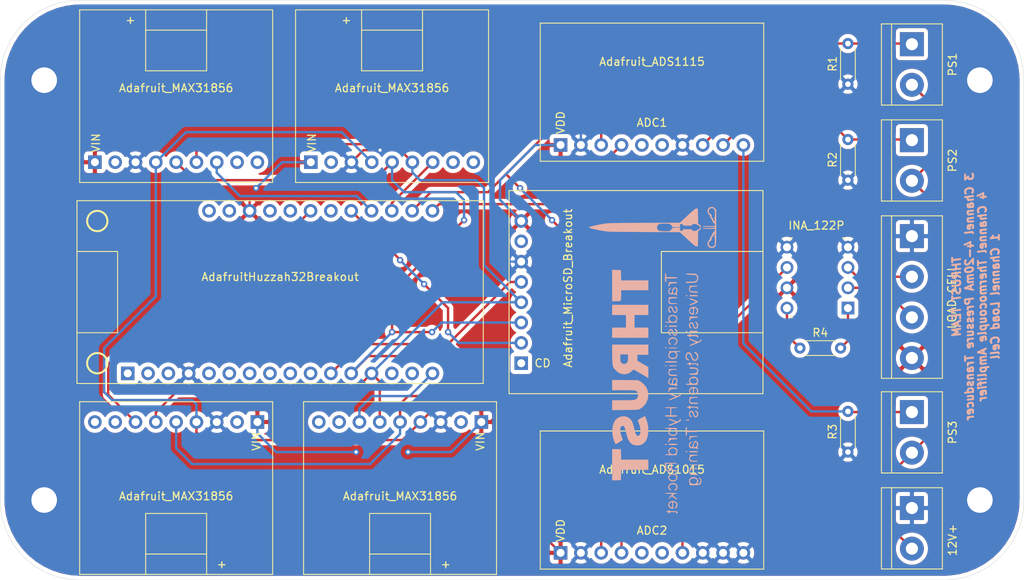
<source format=kicad_pcb>
(kicad_pcb (version 20171130) (host pcbnew "(5.1.6)-1")
  (layers (0 F.Cu signal hide) (31 B.Cu signal hide) (35 F.Paste user) (36 B.SilkS user) (37 F.SilkS user) (38 B.Mask user) (39 F.Mask user) (44 Edge.Cuts user))
  (net 0 "")
  (net 1 ADC_A3)
  (net 2 ADC_A2)
  (net 3 ADC_A1)
  (net 4 GND)
  (net 5 "Net-(ADC1-Pad6)")
  (net 6 "Net-(ADC1-Pad5)")
  (net 7 I2C_SDA)
  (net 8 I2C_SCL)
  (net 9 +5V)
  (net 10 LOAD_CELL_VOLTAGE)
  (net 11 "Net-(ADC2-Pad6)")
  (net 12 "Net-(ADC2-Pad5)")
  (net 13 "Net-(J4-Pad3)")
  (net 14 "Net-(J4-Pad2)")
  (net 15 "Net-(R4-Pad2)")
  (net 16 "Net-(R4-Pad1)")
  (net 17 "Net-(U1-Pad28)")
  (net 18 "Net-(U1-Pad27)")
  (net 19 "Net-(U1-Pad25)")
  (net 20 CS_5)
  (net 21 CS_4)
  (net 22 CS_3)
  (net 23 CS_2)
  (net 24 CS_1)
  (net 25 "Net-(U1-Pad15)")
  (net 26 "Net-(U1-Pad14)")
  (net 27 SPI_MISO)
  (net 28 SPI_MOSI)
  (net 29 SPI_SCK)
  (net 30 "Net-(U1-Pad10)")
  (net 31 "Net-(U1-Pad9)")
  (net 32 "Net-(U1-Pad8)")
  (net 33 "Net-(U1-Pad7)")
  (net 34 "Net-(U1-Pad6)")
  (net 35 "Net-(U1-Pad5)")
  (net 36 "Net-(U1-Pad3)")
  (net 37 "Net-(U1-Pad1)")
  (net 38 "Net-(U2-Pad9)")
  (net 39 "Net-(U2-Pad8)")
  (net 40 "Net-(U2-Pad2)")
  (net 41 "Net-(U3-Pad9)")
  (net 42 "Net-(U3-Pad8)")
  (net 43 "Net-(U3-Pad2)")
  (net 44 "Net-(U4-Pad9)")
  (net 45 "Net-(U4-Pad8)")
  (net 46 "Net-(U4-Pad2)")
  (net 47 "Net-(U5-Pad9)")
  (net 48 "Net-(U5-Pad8)")
  (net 49 "Net-(U5-Pad2)")
  (net 50 "Net-(U8-Pad1)")
  (net 51 "Net-(U1-Pad24)")
  (net 52 +12V)
  (net 53 "Net-(U1-Pad22)")
  (net 54 "Net-(U1-Pad2)")
  (net 55 "Net-(U8-Pad7)")
  (module MountingHole:MountingHole_3.2mm_M3 (layer F.Cu) (at 163.5 100)
    (fp_text reference REF**)
    (fp_text value MountingHole_3.2mm_M3)
    (pad 1 np_thru_hole circle (at 0 0) (size 3.2 3.2) (drill 3.2) (layers *.Cu *.Mask))
  )
  (module MountingHole:MountingHole_3.2mm_M3 (layer F.Cu) (at 163.5 47.5)
    (fp_text reference REF**)
    (fp_text value MountingHole_3.2mm_M3)
    (pad 1 np_thru_hole circle (at 0 0) (size 3.2 3.2) (drill 3.2) (layers *.Cu *.Mask))
  )
  (module MountingHole:MountingHole_3.2mm_M3 (layer F.Cu) (at 46.5 100)
    (fp_text reference REF**)
    (fp_text value MountingHole_3.2mm_M3)
    (pad 1 np_thru_hole circle (at 0 0) (size 3.2 3.2) (drill 3.2) (layers *.Cu *.Mask))
  )
  (module MountingHole:MountingHole_3.2mm_M3 (layer F.Cu) (at 46.5 47.5)
    (fp_text reference REF**)
    (fp_text value MountingHole_3.2mm_M3)
    (pad 1 np_thru_hole circle (at 0 0) (size 3.2 3.2) (drill 3.2) (layers *.Cu *.Mask))
  )
  (module "Test Stand PCB Breakout:Thrust_Logo" (layer B.Cu) (at 122.5 82.5 270)
    (fp_text reference G*** hide)
    (fp_text value LOGO hide)
  )
  (module "Test Bench PCB Breakout:Adafruit_MicroSD" (layer F.Cu) (at 120.5 74 180)
    (fp_text reference U8)
    (fp_text value Adafruit_MicroSD_Breakout (at 8.5 0.5 90) (layer F.SilkS))
    (fp_text user CD (at 11.684 -8.89) (layer F.SilkS))
    (pad 8 thru_hole circle (at 14.351 8.89 180) (size 1.7 1.7) (drill 1) (layers *.Cu *.Mask) (net 9 +5V))
    (pad 7 thru_hole circle (at 14.351 6.35 180) (size 1.7 1.7) (drill 1) (layers *.Cu *.Mask) (net 55 "Net-(U8-Pad7)"))
    (pad 6 thru_hole circle (at 14.351 3.81 180) (size 1.7 1.7) (drill 1) (layers *.Cu *.Mask) (net 4 GND))
    (pad 5 thru_hole circle (at 14.351 1.27 180) (size 1.7 1.7) (drill 1) (layers *.Cu *.Mask) (net 29 SPI_SCK))
    (pad 4 thru_hole circle (at 14.351 -1.27 180) (size 1.7 1.7) (drill 1) (layers *.Cu *.Mask) (net 27 SPI_MISO))
    (pad 3 thru_hole circle (at 14.351 -3.81 180) (size 1.7 1.7) (drill 1) (layers *.Cu *.Mask) (net 28 SPI_MOSI))
    (pad 2 thru_hole circle (at 14.351 -6.35 180) (size 1.7 1.7) (drill 1) (layers *.Cu *.Mask) (net 20 CS_5))
    (pad 1 thru_hole rect (at 14.351 -8.89 180) (size 1.7 1.7) (drill 1) (layers *.Cu *.Mask) (net 50 "Net-(U8-Pad1)"))
  )
  (module "Test Bench PCB Breakout:Adafruit_MAX31856" (layer F.Cu) (at 63 49.5)
    (fp_text reference U3)
    (fp_text value Adafruit_MAX31856 (at 0 -1.016) (layer F.SilkS))
    (fp_text user + (at -5.715 -9.525) (layer F.SilkS))
    (fp_text user VIN (at -10.033 5.842 90) (layer F.SilkS))
    (pad 9 thru_hole circle (at 10.16 8.255) (size 1.7 1.7) (drill 1) (layers *.Cu *.Mask) (net 41 "Net-(U3-Pad9)"))
    (pad 8 thru_hole circle (at 7.62 8.255) (size 1.7 1.7) (drill 1) (layers *.Cu *.Mask) (net 42 "Net-(U3-Pad8)"))
    (pad 7 thru_hole circle (at 5.08 8.255) (size 1.7 1.7) (drill 1) (layers *.Cu *.Mask) (net 23 CS_2))
    (pad 6 thru_hole circle (at 2.54 8.255) (size 1.7 1.7) (drill 1) (layers *.Cu *.Mask) (net 27 SPI_MISO))
    (pad 5 thru_hole circle (at 0 8.255) (size 1.7 1.7) (drill 1) (layers *.Cu *.Mask) (net 28 SPI_MOSI))
    (pad 4 thru_hole circle (at -2.54 8.255) (size 1.7 1.7) (drill 1) (layers *.Cu *.Mask) (net 29 SPI_SCK))
    (pad 3 thru_hole circle (at -5.08 8.255) (size 1.7 1.7) (drill 1) (layers *.Cu *.Mask) (net 4 GND))
    (pad 2 thru_hole circle (at -7.62 8.255) (size 1.7 1.7) (drill 1) (layers *.Cu *.Mask) (net 43 "Net-(U3-Pad2)"))
    (pad 1 thru_hole rect (at -10.16 8.255) (size 1.7 1.7) (drill 1) (layers *.Cu *.Mask) (net 9 +5V))
  )
  (module "Test Bench PCB Breakout:Adafruit_MAX31856" (layer F.Cu) (at 63 98.5 180)
    (fp_text reference U4)
    (fp_text value Adafruit_MAX31856 (at 0 -1.016) (layer F.SilkS))
    (fp_text user + (at -5.715 -9.525) (layer F.SilkS))
    (fp_text user VIN (at -10.033 5.842 90) (layer F.SilkS))
    (pad 9 thru_hole circle (at 10.16 8.255 180) (size 1.7 1.7) (drill 1) (layers *.Cu *.Mask) (net 44 "Net-(U4-Pad9)"))
    (pad 8 thru_hole circle (at 7.62 8.255 180) (size 1.7 1.7) (drill 1) (layers *.Cu *.Mask) (net 45 "Net-(U4-Pad8)"))
    (pad 7 thru_hole circle (at 5.08 8.255 180) (size 1.7 1.7) (drill 1) (layers *.Cu *.Mask) (net 22 CS_3))
    (pad 6 thru_hole circle (at 2.54 8.255 180) (size 1.7 1.7) (drill 1) (layers *.Cu *.Mask) (net 27 SPI_MISO))
    (pad 5 thru_hole circle (at 0 8.255 180) (size 1.7 1.7) (drill 1) (layers *.Cu *.Mask) (net 28 SPI_MOSI))
    (pad 4 thru_hole circle (at -2.54 8.255 180) (size 1.7 1.7) (drill 1) (layers *.Cu *.Mask) (net 29 SPI_SCK))
    (pad 3 thru_hole circle (at -5.08 8.255 180) (size 1.7 1.7) (drill 1) (layers *.Cu *.Mask) (net 4 GND))
    (pad 2 thru_hole circle (at -7.62 8.255 180) (size 1.7 1.7) (drill 1) (layers *.Cu *.Mask) (net 46 "Net-(U4-Pad2)"))
    (pad 1 thru_hole rect (at -10.16 8.255 180) (size 1.7 1.7) (drill 1) (layers *.Cu *.Mask) (net 9 +5V))
  )
  (module "Test Bench PCB Breakout:INA_122P" (layer F.Cu) (at 147 76 180)
    (fp_text reference U7)
    (fp_text value INA_122P (at 3.94 10.33) (layer F.SilkS))
    (pad 8 thru_hole circle (at 7.62 0 180) (size 1.6 1.6) (drill 1) (layers *.Cu *.Mask) (net 16 "Net-(R4-Pad1)"))
    (pad 7 thru_hole circle (at 7.62 2.54 180) (size 1.6 1.6) (drill 1) (layers *.Cu *.Mask) (net 9 +5V))
    (pad 6 thru_hole circle (at 7.62 5.08 180) (size 1.6 1.6) (drill 1) (layers *.Cu *.Mask) (net 10 LOAD_CELL_VOLTAGE))
    (pad 5 thru_hole circle (at 7.62 7.62 180) (size 1.6 1.6) (drill 1) (layers *.Cu *.Mask) (net 4 GND))
    (pad 4 thru_hole circle (at 0 7.62 180) (size 1.6 1.6) (drill 1) (layers *.Cu *.Mask) (net 4 GND))
    (pad 3 thru_hole circle (at 0 5.08 180) (size 1.6 1.6) (drill 1) (layers *.Cu *.Mask) (net 14 "Net-(J4-Pad2)"))
    (pad 2 thru_hole circle (at 0 2.54 180) (size 1.6 1.6) (drill 1) (layers *.Cu *.Mask) (net 13 "Net-(J4-Pad3)"))
    (pad 1 thru_hole rect (at 0 0 180) (size 1.6 1.6) (drill 1) (layers *.Cu *.Mask) (net 15 "Net-(R4-Pad2)"))
  )
  (module "Test Bench PCB Breakout:Adafruit_MAX31856" (layer F.Cu) (at 91 98.5 180)
    (fp_text reference U5)
    (fp_text value Adafruit_MAX31856 (at 0 -1.016) (layer F.SilkS))
    (fp_text user + (at -5.715 -9.525) (layer F.SilkS))
    (fp_text user VIN (at -10.033 5.842 90) (layer F.SilkS))
    (pad 9 thru_hole circle (at 10.16 8.255 180) (size 1.7 1.7) (drill 1) (layers *.Cu *.Mask) (net 47 "Net-(U5-Pad9)"))
    (pad 8 thru_hole circle (at 7.62 8.255 180) (size 1.7 1.7) (drill 1) (layers *.Cu *.Mask) (net 48 "Net-(U5-Pad8)"))
    (pad 7 thru_hole circle (at 5.08 8.255 180) (size 1.7 1.7) (drill 1) (layers *.Cu *.Mask) (net 21 CS_4))
    (pad 6 thru_hole circle (at 2.54 8.255 180) (size 1.7 1.7) (drill 1) (layers *.Cu *.Mask) (net 27 SPI_MISO))
    (pad 5 thru_hole circle (at 0 8.255 180) (size 1.7 1.7) (drill 1) (layers *.Cu *.Mask) (net 28 SPI_MOSI))
    (pad 4 thru_hole circle (at -2.54 8.255 180) (size 1.7 1.7) (drill 1) (layers *.Cu *.Mask) (net 29 SPI_SCK))
    (pad 3 thru_hole circle (at -5.08 8.255 180) (size 1.7 1.7) (drill 1) (layers *.Cu *.Mask) (net 4 GND))
    (pad 2 thru_hole circle (at -7.62 8.255 180) (size 1.7 1.7) (drill 1) (layers *.Cu *.Mask) (net 49 "Net-(U5-Pad2)"))
    (pad 1 thru_hole rect (at -10.16 8.255 180) (size 1.7 1.7) (drill 1) (layers *.Cu *.Mask) (net 9 +5V))
  )
  (module "Test Bench PCB Breakout:Adafruit_MAX31856" (layer F.Cu) (at 90 49.5)
    (fp_text reference U2)
    (fp_text value Adafruit_MAX31856 (at 0 -1.016) (layer F.SilkS))
    (fp_text user + (at -5.715 -9.525) (layer F.SilkS))
    (fp_text user VIN (at -10.033 5.842 90) (layer F.SilkS))
    (pad 9 thru_hole circle (at 10.16 8.255) (size 1.7 1.7) (drill 1) (layers *.Cu *.Mask) (net 38 "Net-(U2-Pad9)"))
    (pad 8 thru_hole circle (at 7.62 8.255) (size 1.7 1.7) (drill 1) (layers *.Cu *.Mask) (net 39 "Net-(U2-Pad8)"))
    (pad 7 thru_hole circle (at 5.08 8.255) (size 1.7 1.7) (drill 1) (layers *.Cu *.Mask) (net 24 CS_1))
    (pad 6 thru_hole circle (at 2.54 8.255) (size 1.7 1.7) (drill 1) (layers *.Cu *.Mask) (net 27 SPI_MISO))
    (pad 5 thru_hole circle (at 0 8.255) (size 1.7 1.7) (drill 1) (layers *.Cu *.Mask) (net 28 SPI_MOSI))
    (pad 4 thru_hole circle (at -2.54 8.255) (size 1.7 1.7) (drill 1) (layers *.Cu *.Mask) (net 29 SPI_SCK))
    (pad 3 thru_hole circle (at -5.08 8.255) (size 1.7 1.7) (drill 1) (layers *.Cu *.Mask) (net 4 GND))
    (pad 2 thru_hole circle (at -7.62 8.255) (size 1.7 1.7) (drill 1) (layers *.Cu *.Mask) (net 40 "Net-(U2-Pad2)"))
    (pad 1 thru_hole rect (at -10.16 8.255) (size 1.7 1.7) (drill 1) (layers *.Cu *.Mask) (net 9 +5V))
  )
  (module "Test Bench PCB Breakout:Adafruit_Huzzah32" (layer F.Cu) (at 76 74)
    (fp_text reference U1)
    (fp_text value AdafruitHuzzah32Breakout (at 0 -1.905) (layer F.SilkS))
    (pad 28 thru_hole circle (at -8.89 -10.16) (size 1.7 1.7) (drill 1) (layers *.Cu *.Mask) (net 17 "Net-(U1-Pad28)"))
    (pad 27 thru_hole circle (at -6.35 -10.16) (size 1.7 1.7) (drill 1) (layers *.Cu *.Mask) (net 18 "Net-(U1-Pad27)"))
    (pad 26 thru_hole circle (at -3.81 -10.16) (size 1.7 1.7) (drill 1) (layers *.Cu *.Mask) (net 9 +5V))
    (pad 25 thru_hole circle (at -1.27 -10.16) (size 1.7 1.7) (drill 1) (layers *.Cu *.Mask) (net 19 "Net-(U1-Pad25)"))
    (pad 24 thru_hole circle (at 1.27 -10.16) (size 1.7 1.7) (drill 1) (layers *.Cu *.Mask) (net 51 "Net-(U1-Pad24)"))
    (pad 23 thru_hole circle (at 3.81 -10.16) (size 1.7 1.7) (drill 1) (layers *.Cu *.Mask) (net 22 CS_3))
    (pad 22 thru_hole circle (at 6.35 -10.16) (size 1.7 1.7) (drill 1) (layers *.Cu *.Mask) (net 53 "Net-(U1-Pad22)"))
    (pad 21 thru_hole circle (at 8.89 -10.16) (size 1.7 1.7) (drill 1) (layers *.Cu *.Mask) (net 20 CS_5))
    (pad 20 thru_hole circle (at 11.43 -10.16) (size 1.7 1.7) (drill 1) (layers *.Cu *.Mask) (net 23 CS_2))
    (pad 19 thru_hole circle (at 13.97 -10.16) (size 1.7 1.7) (drill 1) (layers *.Cu *.Mask) (net 24 CS_1))
    (pad 18 thru_hole circle (at 16.51 -10.16) (size 1.7 1.7) (drill 1) (layers *.Cu *.Mask) (net 8 I2C_SCL))
    (pad 17 thru_hole circle (at 19.05 -10.16) (size 1.7 1.7) (drill 1) (layers *.Cu *.Mask) (net 7 I2C_SDA))
    (pad 16 thru_hole circle (at 19.05 10.16) (size 1.7 1.7) (drill 1) (layers *.Cu *.Mask) (net 21 CS_4))
    (pad 15 thru_hole circle (at 16.51 10.16) (size 1.7 1.7) (drill 1) (layers *.Cu *.Mask) (net 25 "Net-(U1-Pad15)"))
    (pad 14 thru_hole circle (at 13.97 10.16) (size 1.7 1.7) (drill 1) (layers *.Cu *.Mask) (net 26 "Net-(U1-Pad14)"))
    (pad 13 thru_hole circle (at 11.43 10.16) (size 1.7 1.7) (drill 1) (layers *.Cu *.Mask) (net 27 SPI_MISO))
    (pad 12 thru_hole circle (at 8.89 10.16) (size 1.7 1.7) (drill 1) (layers *.Cu *.Mask) (net 28 SPI_MOSI))
    (pad 11 thru_hole circle (at 6.35 10.16) (size 1.7 1.7) (drill 1) (layers *.Cu *.Mask) (net 29 SPI_SCK))
    (pad 10 thru_hole circle (at 3.81 10.16) (size 1.7 1.7) (drill 1) (layers *.Cu *.Mask) (net 30 "Net-(U1-Pad10)"))
    (pad 9 thru_hole circle (at 1.27 10.16) (size 1.7 1.7) (drill 1) (layers *.Cu *.Mask) (net 31 "Net-(U1-Pad9)"))
    (pad 8 thru_hole circle (at -1.27 10.16) (size 1.7 1.7) (drill 1) (layers *.Cu *.Mask) (net 32 "Net-(U1-Pad8)"))
    (pad 7 thru_hole circle (at -3.81 10.16) (size 1.7 1.7) (drill 1) (layers *.Cu *.Mask) (net 33 "Net-(U1-Pad7)"))
    (pad 6 thru_hole circle (at -6.35 10.16) (size 1.7 1.7) (drill 1) (layers *.Cu *.Mask) (net 34 "Net-(U1-Pad6)"))
    (pad 5 thru_hole circle (at -8.89 10.16) (size 1.7 1.7) (drill 1) (layers *.Cu *.Mask) (net 35 "Net-(U1-Pad5)"))
    (pad 4 thru_hole circle (at -11.43 10.16) (size 1.7 1.7) (drill 1) (layers *.Cu *.Mask) (net 4 GND))
    (pad 3 thru_hole circle (at -13.97 10.16) (size 1.7 1.7) (drill 1) (layers *.Cu *.Mask) (net 36 "Net-(U1-Pad3)"))
    (pad 2 thru_hole circle (at -16.51 10.16) (size 1.7 1.7) (drill 1) (layers *.Cu *.Mask) (net 54 "Net-(U1-Pad2)"))
    (pad 1 thru_hole rect (at -19.05 10.16) (size 1.7 1.7) (drill 1) (layers *.Cu *.Mask) (net 37 "Net-(U1-Pad1)"))
  )
  (module Resistor_THT:R_Axial_DIN0204_L3.6mm_D1.6mm_P5.08mm_Horizontal (layer F.Cu) (at 141 81)
    (fp_text reference R4 (at 2.54 -1.92) (layer F.SilkS))
    (fp_text value 4k20)
    (pad 2 thru_hole oval (at 5.08 0) (size 1.4 1.4) (drill 0.7) (layers *.Cu *.Mask) (net 15 "Net-(R4-Pad2)"))
    (pad 1 thru_hole circle (at 0 0) (size 1.4 1.4) (drill 0.7) (layers *.Cu *.Mask) (net 16 "Net-(R4-Pad1)"))
  )
  (module Resistor_THT:R_Axial_DIN0204_L3.6mm_D1.6mm_P5.08mm_Horizontal (layer F.Cu) (at 147 94 90)
    (fp_text reference R3 (at 2.54 -1.92 90) (layer F.SilkS))
    (fp_text value 100)
    (pad 2 thru_hole oval (at 5.08 0 90) (size 1.4 1.4) (drill 0.7) (layers *.Cu *.Mask) (net 1 ADC_A3))
    (pad 1 thru_hole circle (at 0 0 90) (size 1.4 1.4) (drill 0.7) (layers *.Cu *.Mask) (net 4 GND))
  )
  (module Resistor_THT:R_Axial_DIN0204_L3.6mm_D1.6mm_P5.08mm_Horizontal (layer F.Cu) (at 147 60 90)
    (fp_text reference R2 (at 2.54 -1.92 90) (layer F.SilkS))
    (fp_text value 100)
    (pad 2 thru_hole oval (at 5.08 0 90) (size 1.4 1.4) (drill 0.7) (layers *.Cu *.Mask) (net 2 ADC_A2))
    (pad 1 thru_hole circle (at 0 0 90) (size 1.4 1.4) (drill 0.7) (layers *.Cu *.Mask) (net 4 GND))
  )
  (module Resistor_THT:R_Axial_DIN0204_L3.6mm_D1.6mm_P5.08mm_Horizontal (layer F.Cu) (at 147 48 90)
    (fp_text reference R1 (at 2.54 -1.92 90) (layer F.SilkS))
    (fp_text value 100)
    (pad 2 thru_hole oval (at 5.08 0 90) (size 1.4 1.4) (drill 0.7) (layers *.Cu *.Mask) (net 3 ADC_A1))
    (pad 1 thru_hole circle (at 0 0 90) (size 1.4 1.4) (drill 0.7) (layers *.Cu *.Mask) (net 4 GND))
  )
  (module TerminalBlock:TerminalBlock_bornier-2_P5.08mm (layer F.Cu) (at 155 101 270)
    (fp_text reference 12V+ (at 4 -5.08 90) (layer F.SilkS))
    (fp_text value Screw_Terminal_01x02)
    (pad 2 thru_hole circle (at 5.08 0 270) (size 3 3) (drill 1.52) (layers *.Cu *.Mask) (net 52 +12V))
    (pad 1 thru_hole rect (at 0 0 270) (size 3 3) (drill 1.52) (layers *.Cu *.Mask) (net 4 GND))
  )
  (module TerminalBlock:TerminalBlock_bornier-4_P5.08mm (layer F.Cu) (at 155 67 270)
    (fp_text reference "LOAD CELL" (at 7.6 -5 90) (layer F.SilkS))
    (fp_text value Screw_Terminal_01x04)
    (pad 4 thru_hole circle (at 15.24 0 270) (size 3 3) (drill 1.52) (layers *.Cu *.Mask) (net 9 +5V))
    (pad 1 thru_hole rect (at 0 0 270) (size 3 3) (drill 1.52) (layers *.Cu *.Mask) (net 4 GND))
    (pad 3 thru_hole circle (at 10.16 0 270) (size 3 3) (drill 1.52) (layers *.Cu *.Mask) (net 13 "Net-(J4-Pad3)"))
    (pad 2 thru_hole circle (at 5.08 0 270) (size 3 3) (drill 1.52) (layers *.Cu *.Mask) (net 14 "Net-(J4-Pad2)"))
  )
  (module TerminalBlock:TerminalBlock_bornier-2_P5.08mm (layer F.Cu) (at 155 89 270)
    (fp_text reference PS3 (at 2.54 -5.08 90) (layer F.SilkS))
    (fp_text value Screw_Terminal_01x02)
    (pad 2 thru_hole circle (at 5.08 0 270) (size 3 3) (drill 1.52) (layers *.Cu *.Mask) (net 52 +12V))
    (pad 1 thru_hole rect (at 0 0 270) (size 3 3) (drill 1.52) (layers *.Cu *.Mask) (net 1 ADC_A3))
  )
  (module TerminalBlock:TerminalBlock_bornier-2_P5.08mm (layer F.Cu) (at 155 55 270)
    (fp_text reference PS2 (at 2.54 -5.08 90) (layer F.SilkS))
    (fp_text value Screw_Terminal_01x02)
    (pad 2 thru_hole circle (at 5.08 0 270) (size 3 3) (drill 1.52) (layers *.Cu *.Mask) (net 52 +12V))
    (pad 1 thru_hole rect (at 0 0 270) (size 3 3) (drill 1.52) (layers *.Cu *.Mask) (net 2 ADC_A2))
  )
  (module TerminalBlock:TerminalBlock_bornier-2_P5.08mm (layer F.Cu) (at 155 43 270)
    (fp_text reference PS1 (at 2.54 -5.08 90) (layer F.SilkS))
    (fp_text value Screw_Terminal_01x02)
    (pad 2 thru_hole circle (at 5.08 0 270) (size 3 3) (drill 1.52) (layers *.Cu *.Mask) (net 52 +12V))
    (pad 1 thru_hole rect (at 0 0 270) (size 3 3) (drill 1.52) (layers *.Cu *.Mask) (net 3 ADC_A1))
  )
  (module "Test Bench PCB Breakout:Adafruit_ADS1015" (layer F.Cu) (at 122.5 100)
    (fp_text reference ADC2 (at 0 3.81) (layer F.SilkS))
    (fp_text value Adafruit_ADS1015 (at 0 -3.81) (layer F.SilkS))
    (fp_text user VDD (at -11.43 3.81 90) (layer F.SilkS))
    (pad 10 thru_hole circle (at 11.43 6.604) (size 1.7 1.7) (drill 1) (layers *.Cu *.Mask) (net 4 GND))
    (pad 9 thru_hole circle (at 8.89 6.604) (size 1.7 1.7) (drill 1) (layers *.Cu *.Mask) (net 4 GND))
    (pad 8 thru_hole circle (at 6.35 6.604) (size 1.7 1.7) (drill 1) (layers *.Cu *.Mask) (net 4 GND))
    (pad 7 thru_hole circle (at 3.81 6.604) (size 1.7 1.7) (drill 1) (layers *.Cu *.Mask) (net 10 LOAD_CELL_VOLTAGE))
    (pad 6 thru_hole circle (at 1.27 6.604) (size 1.7 1.7) (drill 1) (layers *.Cu *.Mask) (net 11 "Net-(ADC2-Pad6)"))
    (pad 5 thru_hole circle (at -1.27 6.604) (size 1.7 1.7) (drill 1) (layers *.Cu *.Mask) (net 12 "Net-(ADC2-Pad5)"))
    (pad 4 thru_hole circle (at -3.81 6.604) (size 1.7 1.7) (drill 1) (layers *.Cu *.Mask) (net 7 I2C_SDA))
    (pad 3 thru_hole circle (at -6.35 6.604) (size 1.7 1.7) (drill 1) (layers *.Cu *.Mask) (net 8 I2C_SCL))
    (pad 2 thru_hole circle (at -8.89 6.604) (size 1.7 1.7) (drill 1) (layers *.Cu *.Mask) (net 4 GND))
    (pad 1 thru_hole rect (at -11.43 6.604) (size 1.7 1.7) (drill 1) (layers *.Cu *.Mask) (net 9 +5V))
  )
  (module "Test Bench PCB Breakout:Adafruit_ADS1115" (layer F.Cu) (at 122.5 49)
    (fp_text reference ADC1 (at 0 3.81) (layer F.SilkS))
    (fp_text value Adafruit_ADS1115 (at 0 -3.81) (layer F.SilkS))
    (fp_text user VDD (at -11.43 3.81 90) (layer F.SilkS))
    (pad 10 thru_hole circle (at 11.43 6.604) (size 1.7 1.7) (drill 1) (layers *.Cu *.Mask) (net 1 ADC_A3))
    (pad 9 thru_hole circle (at 8.89 6.604) (size 1.7 1.7) (drill 1) (layers *.Cu *.Mask) (net 2 ADC_A2))
    (pad 8 thru_hole circle (at 6.35 6.604) (size 1.7 1.7) (drill 1) (layers *.Cu *.Mask) (net 3 ADC_A1))
    (pad 7 thru_hole circle (at 3.81 6.604) (size 1.7 1.7) (drill 1) (layers *.Cu *.Mask) (net 4 GND))
    (pad 6 thru_hole circle (at 1.27 6.604) (size 1.7 1.7) (drill 1) (layers *.Cu *.Mask) (net 5 "Net-(ADC1-Pad6)"))
    (pad 5 thru_hole circle (at -1.27 6.604) (size 1.7 1.7) (drill 1) (layers *.Cu *.Mask) (net 6 "Net-(ADC1-Pad5)"))
    (pad 4 thru_hole circle (at -3.81 6.604) (size 1.7 1.7) (drill 1) (layers *.Cu *.Mask) (net 7 I2C_SDA))
    (pad 3 thru_hole circle (at -6.35 6.604) (size 1.7 1.7) (drill 1) (layers *.Cu *.Mask) (net 8 I2C_SCL))
    (pad 2 thru_hole circle (at -8.89 6.604) (size 1.7 1.7) (drill 1) (layers *.Cu *.Mask) (net 4 GND))
    (pad 1 thru_hole rect (at -11.43 6.604) (size 1.7 1.7) (drill 1) (layers *.Cu *.Mask) (net 9 +5V))
  )
  (gr_text "THRUST TEAM\n3 Channel 4-20mA Pressure Transducer\n4 Channel Thermocouple Amplifier\n1 Channel Load Cell" (at 163 74.5 90) (layer B.SilkS) (effects (font (size 1 1) (thickness 0.25) italic) (justify mirror)))
  (gr_line (start 41 47.5) (end 41 100) (layer Edge.Cuts) (width 0.05))
  (gr_arc (start 51 47.5) (end 51 37.5) (angle -90) (layer Edge.Cuts) (width 0.05))
  (gr_arc (start 51 100) (end 41 100) (angle -90) (layer Edge.Cuts) (width 0.05))
  (gr_line (start 159 110) (end 51 110) (layer Edge.Cuts) (width 0.05))
  (gr_line (start 169 47.5) (end 169 100) (layer Edge.Cuts) (width 0.05))
  (gr_arc (start 159 100) (end 159 110) (angle -90) (layer Edge.Cuts) (width 0.05))
  (gr_arc (start 159 47.5) (end 169 47.5) (angle -90) (layer Edge.Cuts) (width 0.05))
  (gr_line (start 51 37.5) (end 159 37.5) (layer Edge.Cuts) (width 0.05))
  (segment (start 147.08 89) (end 147 88.92) (width 0.3) (layer F.Cu) (net 1))
  (segment (start 155 89) (end 147.08 89) (width 0.3) (layer F.Cu) (net 1))
  (segment (start 133.93 55.604) (end 133.93 80.43) (width 0.3) (layer B.Cu) (net 1))
  (segment (start 142.42 88.92) (end 147 88.92) (width 0.3) (layer B.Cu) (net 1))
  (segment (start 133.93 80.43) (end 142.42 88.92) (width 0.3) (layer B.Cu) (net 1))
  (segment (start 147.08 55) (end 147 54.92) (width 0.25) (layer F.Cu) (net 2))
  (segment (start 154.92 54.92) (end 155 55) (width 0.3) (layer F.Cu) (net 2))
  (segment (start 147 54.92) (end 154.92 54.92) (width 0.3) (layer F.Cu) (net 2))
  (segment (start 131.39 55.604) (end 133.494 53.5) (width 0.3) (layer F.Cu) (net 2))
  (segment (start 145.58 53.5) (end 147 54.92) (width 0.3) (layer F.Cu) (net 2))
  (segment (start 133.494 53.5) (end 145.58 53.5) (width 0.3) (layer F.Cu) (net 2))
  (segment (start 154.92 42.92) (end 155 43) (width 0.3) (layer F.Cu) (net 3))
  (segment (start 147 42.92) (end 154.92 42.92) (width 0.3) (layer F.Cu) (net 3))
  (segment (start 141.534 42.92) (end 147 42.92) (width 0.3) (layer F.Cu) (net 3))
  (segment (start 128.85 55.604) (end 141.534 42.92) (width 0.3) (layer F.Cu) (net 3))
  (segment (start 106.149 70.19) (end 103.69 70.19) (width 0.3) (layer B.Cu) (net 4))
  (segment (start 113.61 55.604) (end 113.61 53.11) (width 0.3) (layer B.Cu) (net 4))
  (segment (start 113.61 53.11) (end 113.22 53.5) (width 0.3) (layer B.Cu) (net 4))
  (via (at 88.5 56.25) (size 0.8) (drill 0.4) (layers F.Cu B.Cu) (net 4))
  (segment (start 113.22 53.5) (end 91.25 53.5) (width 0.3) (layer B.Cu) (net 4))
  (segment (start 91.25 53.5) (end 88.5 56.25) (width 0.3) (layer B.Cu) (net 4))
  (segment (start 86.425 56.25) (end 84.92 57.755) (width 0.3) (layer F.Cu) (net 4))
  (segment (start 88.5 56.25) (end 86.425 56.25) (width 0.3) (layer F.Cu) (net 4))
  (segment (start 118.69 55.604) (end 111.294 63) (width 0.3) (layer F.Cu) (net 7))
  (segment (start 95.89 63) (end 95.05 63.84) (width 0.3) (layer F.Cu) (net 7))
  (segment (start 111.294 63) (end 95.89 63) (width 0.3) (layer F.Cu) (net 7))
  (segment (start 118.69 70.396) (end 111.294 63) (width 0.3) (layer F.Cu) (net 7))
  (segment (start 118.69 106.604) (end 118.69 70.396) (width 0.3) (layer F.Cu) (net 7))
  (segment (start 116.15 55.604) (end 116.15 54.15) (width 0.3) (layer F.Cu) (net 8))
  (segment (start 116.15 54.15) (end 115.5 53.5) (width 0.3) (layer F.Cu) (net 8))
  (segment (start 94.85 61.5) (end 92.51 63.84) (width 0.3) (layer F.Cu) (net 8))
  (segment (start 102 61.5) (end 94.85 61.5) (width 0.3) (layer F.Cu) (net 8))
  (segment (start 104.5 59) (end 110 53.5) (width 0.3) (layer F.Cu) (net 8))
  (segment (start 115.5 53.5) (end 110 53.5) (width 0.3) (layer F.Cu) (net 8))
  (via (at 110 65) (size 0.8) (drill 0.4) (layers F.Cu B.Cu) (net 8))
  (segment (start 116.15 106.604) (end 116.15 71.15) (width 0.3) (layer F.Cu) (net 8))
  (segment (start 116.15 71.15) (end 110 65) (width 0.3) (layer F.Cu) (net 8))
  (via (at 106 61) (size 0.8) (drill 0.4) (layers F.Cu B.Cu) (net 8))
  (segment (start 110 65) (end 106 61) (width 0.3) (layer B.Cu) (net 8))
  (segment (start 106 61) (end 104.25 59.25) (width 0.3) (layer F.Cu) (net 8))
  (segment (start 104.5 59) (end 104.25 59.25) (width 0.3) (layer F.Cu) (net 8))
  (segment (start 104.25 59.25) (end 102 61.5) (width 0.3) (layer F.Cu) (net 8))
  (segment (start 101.16 96.694) (end 111.07 106.604) (width 0.3) (layer F.Cu) (net 9))
  (segment (start 101.16 90.245) (end 101.16 96.694) (width 0.3) (layer F.Cu) (net 9))
  (segment (start 103.5 62.461) (end 106.149 65.11) (width 0.3) (layer B.Cu) (net 9))
  (segment (start 103.5 60) (end 103.5 62.461) (width 0.3) (layer B.Cu) (net 9))
  (segment (start 111.07 55.604) (end 107.896 55.604) (width 0.3) (layer B.Cu) (net 9))
  (segment (start 107.896 55.604) (end 103.5 60) (width 0.3) (layer B.Cu) (net 9))
  (via (at 73 61) (size 0.8) (drill 0.4) (layers F.Cu B.Cu) (net 9))
  (segment (start 79.84 57.755) (end 76.245 57.755) (width 0.3) (layer B.Cu) (net 9))
  (segment (start 76.245 57.755) (end 73 61) (width 0.3) (layer B.Cu) (net 9))
  (segment (start 72.19 61.81) (end 72.19 63.84) (width 0.3) (layer F.Cu) (net 9))
  (segment (start 73 61) (end 72.19 61.81) (width 0.3) (layer F.Cu) (net 9))
  (segment (start 106.149 65.11) (end 108.5 67.461) (width 0.3) (layer F.Cu) (net 9))
  (segment (start 108.5 67.461) (end 108.5 84) (width 0.3) (layer F.Cu) (net 9))
  (segment (start 102.255 90.245) (end 101.16 90.245) (width 0.3) (layer F.Cu) (net 9))
  (segment (start 108.5 84) (end 102.255 90.245) (width 0.3) (layer F.Cu) (net 9))
  (segment (start 73.16 90.245) (end 73.16 91.66) (width 0.3) (layer B.Cu) (net 9))
  (via (at 85.5 94) (size 0.8) (drill 0.4) (layers F.Cu B.Cu) (net 9))
  (segment (start 73.16 91.66) (end 75.5 94) (width 0.3) (layer B.Cu) (net 9))
  (segment (start 75.5 94) (end 85.5 94) (width 0.3) (layer B.Cu) (net 9))
  (via (at 92 94) (size 0.8) (drill 0.4) (layers F.Cu B.Cu) (net 9))
  (segment (start 85.5 94) (end 92 94) (width 0.3) (layer F.Cu) (net 9))
  (segment (start 97.405 94) (end 101.16 90.245) (width 0.3) (layer B.Cu) (net 9))
  (segment (start 92 94) (end 97.405 94) (width 0.3) (layer B.Cu) (net 9))
  (segment (start 126.31 83.99) (end 126.31 106.604) (width 0.3) (layer F.Cu) (net 10))
  (segment (start 139.38 70.92) (end 126.31 83.99) (width 0.3) (layer F.Cu) (net 10))
  (segment (start 147.46 73) (end 147 73.46) (width 0.25) (layer F.Cu) (net 13))
  (segment (start 151.3 73.46) (end 155 77.16) (width 0.3) (layer F.Cu) (net 13))
  (segment (start 147 73.46) (end 151.3 73.46) (width 0.3) (layer F.Cu) (net 13))
  (segment (start 148.16 72.08) (end 147 70.92) (width 0.3) (layer F.Cu) (net 14))
  (segment (start 155 72.08) (end 148.16 72.08) (width 0.3) (layer F.Cu) (net 14))
  (segment (start 147 80.08) (end 146.08 81) (width 0.3) (layer F.Cu) (net 15))
  (segment (start 147 76) (end 147 80.08) (width 0.3) (layer F.Cu) (net 15))
  (segment (start 139.38 79.38) (end 141 81) (width 0.3) (layer F.Cu) (net 16))
  (segment (start 139.38 76) (end 139.38 79.38) (width 0.3) (layer F.Cu) (net 16))
  (segment (start 84.89 63.84) (end 91 69.95) (width 0.3) (layer F.Cu) (net 20))
  (via (at 91 70) (size 0.8) (drill 0.4) (layers F.Cu B.Cu) (net 20))
  (segment (start 91 69.95) (end 91 70) (width 0.3) (layer F.Cu) (net 20))
  (via (at 94 73) (size 0.8) (drill 0.4) (layers F.Cu B.Cu) (net 20))
  (segment (start 91 70) (end 94 73) (width 0.3) (layer B.Cu) (net 20))
  (via (at 97 79) (size 0.8) (drill 0.4) (layers F.Cu B.Cu) (net 20))
  (segment (start 94 73) (end 97 76) (width 0.3) (layer F.Cu) (net 20))
  (segment (start 97 76) (end 97 79) (width 0.3) (layer F.Cu) (net 20))
  (segment (start 98.35 80.35) (end 106.149 80.35) (width 0.3) (layer B.Cu) (net 20))
  (segment (start 97 79) (end 98.35 80.35) (width 0.3) (layer B.Cu) (net 20))
  (segment (start 85.92 90.245) (end 85.92 88.58) (width 0.3) (layer B.Cu) (net 21))
  (segment (start 85.92 88.58) (end 87.5 87) (width 0.3) (layer B.Cu) (net 21))
  (segment (start 92.21 87) (end 95.05 84.16) (width 0.3) (layer B.Cu) (net 21))
  (segment (start 87.5 87) (end 92.21 87) (width 0.3) (layer B.Cu) (net 21))
  (segment (start 79.81 63.84) (end 61.65 82) (width 0.3) (layer F.Cu) (net 22))
  (segment (start 61.65 82) (end 55.5 82) (width 0.3) (layer F.Cu) (net 22))
  (segment (start 55.5 82) (end 54.5 83) (width 0.3) (layer F.Cu) (net 22))
  (segment (start 54.5 86.825) (end 57.92 90.245) (width 0.3) (layer F.Cu) (net 22))
  (segment (start 54.5 83) (end 54.5 86.825) (width 0.3) (layer F.Cu) (net 22))
  (segment (start 85.59 62) (end 87.43 63.84) (width 0.3) (layer B.Cu) (net 23))
  (segment (start 71 62) (end 85.59 62) (width 0.3) (layer B.Cu) (net 23))
  (segment (start 68.08 57.755) (end 68.08 59.08) (width 0.3) (layer B.Cu) (net 23))
  (segment (start 68.08 59.08) (end 71 62) (width 0.3) (layer B.Cu) (net 23))
  (segment (start 89.97 62.865) (end 89.97 63.84) (width 0.3) (layer F.Cu) (net 24))
  (segment (start 95.08 57.755) (end 89.97 62.865) (width 0.3) (layer F.Cu) (net 24))
  (segment (start 88.46 85.19) (end 87.43 84.16) (width 0.3) (layer F.Cu) (net 27))
  (segment (start 88.46 90.245) (end 88.46 85.19) (width 0.3) (layer F.Cu) (net 27))
  (segment (start 60.46 90.245) (end 60.46 89.04) (width 0.3) (layer F.Cu) (net 27))
  (segment (start 60.46 89.04) (end 63 86.5) (width 0.3) (layer F.Cu) (net 27))
  (segment (start 85.09 86.5) (end 87.43 84.16) (width 0.3) (layer F.Cu) (net 27))
  (segment (start 63 86.5) (end 85.09 86.5) (width 0.3) (layer F.Cu) (net 27))
  (segment (start 65.54 57.755) (end 65.54 56.46) (width 0.3) (layer F.Cu) (net 27))
  (segment (start 65.54 56.46) (end 66.5 55.5) (width 0.3) (layer F.Cu) (net 27))
  (segment (start 90.285 55.5) (end 92.54 57.755) (width 0.3) (layer F.Cu) (net 27))
  (segment (start 66.5 55.5) (end 90.285 55.5) (width 0.3) (layer F.Cu) (net 27))
  (segment (start 96.32 75.27) (end 87.43 84.16) (width 0.3) (layer B.Cu) (net 27))
  (segment (start 106.149 75.27) (end 96.32 75.27) (width 0.3) (layer B.Cu) (net 27))
  (segment (start 92.54 57.755) (end 92.54 59.04) (width 0.3) (layer B.Cu) (net 27))
  (segment (start 92.54 59.04) (end 93.5 60) (width 0.3) (layer B.Cu) (net 27))
  (segment (start 93.5 60) (end 100.5 60) (width 0.3) (layer B.Cu) (net 27))
  (segment (start 100.5 60) (end 101.5 61) (width 0.3) (layer B.Cu) (net 27))
  (segment (start 101.5 70.621) (end 106.149 75.27) (width 0.3) (layer B.Cu) (net 27))
  (segment (start 101.5 61) (end 101.5 70.621) (width 0.3) (layer B.Cu) (net 27))
  (segment (start 91 90.245) (end 91 88) (width 0.3) (layer F.Cu) (net 28))
  (segment (start 91 88) (end 92 87) (width 0.3) (layer F.Cu) (net 28))
  (segment (start 92 87) (end 96 87) (width 0.3) (layer F.Cu) (net 28))
  (segment (start 96 87) (end 97.5 85.5) (width 0.3) (layer F.Cu) (net 28))
  (segment (start 97.5 85.5) (end 97.5 83.5) (width 0.3) (layer F.Cu) (net 28))
  (segment (start 97.5 83.5) (end 96 82) (width 0.3) (layer F.Cu) (net 28))
  (segment (start 87.05 82) (end 84.89 84.16) (width 0.3) (layer F.Cu) (net 28))
  (segment (start 96 82) (end 87.05 82) (width 0.3) (layer F.Cu) (net 28))
  (segment (start 63 57.755) (end 65.245 60) (width 0.3) (layer F.Cu) (net 28))
  (segment (start 87.755 60) (end 90 57.755) (width 0.3) (layer F.Cu) (net 28))
  (segment (start 65.245 60) (end 87.755 60) (width 0.3) (layer F.Cu) (net 28))
  (via (at 95 79) (size 0.8) (drill 0.4) (layers F.Cu B.Cu) (net 28))
  (segment (start 106.149 77.81) (end 96.19 77.81) (width 0.3) (layer B.Cu) (net 28))
  (segment (start 96.19 77.81) (end 95 79) (width 0.3) (layer B.Cu) (net 28))
  (via (at 90 79) (size 0.8) (drill 0.4) (layers F.Cu B.Cu) (net 28))
  (segment (start 95 79) (end 90 79) (width 0.3) (layer F.Cu) (net 28))
  (segment (start 84.89 84.11) (end 84.89 84.16) (width 0.3) (layer B.Cu) (net 28))
  (segment (start 90 79) (end 84.89 84.11) (width 0.3) (layer B.Cu) (net 28))
  (segment (start 90 79) (end 90 74) (width 0.3) (layer F.Cu) (net 28))
  (via (at 99 65) (size 0.8) (drill 0.4) (layers F.Cu B.Cu) (net 28))
  (segment (start 90 74) (end 99 65) (width 0.3) (layer F.Cu) (net 28))
  (segment (start 99 65) (end 99 62.5) (width 0.3) (layer B.Cu) (net 28))
  (segment (start 99 62.5) (end 98 61.5) (width 0.3) (layer B.Cu) (net 28))
  (segment (start 98 61.5) (end 91.5 61.5) (width 0.3) (layer B.Cu) (net 28))
  (segment (start 90 60) (end 90 57.755) (width 0.3) (layer B.Cu) (net 28))
  (segment (start 91.5 61.5) (end 90 60) (width 0.3) (layer B.Cu) (net 28))
  (segment (start 65 95.5) (end 87.245 95.5) (width 0.3) (layer B.Cu) (net 28))
  (segment (start 91 91.745) (end 91 90.245) (width 0.3) (layer B.Cu) (net 28))
  (segment (start 87.245 95.5) (end 91 91.745) (width 0.3) (layer B.Cu) (net 28))
  (segment (start 63 90.245) (end 63 93.5) (width 0.3) (layer B.Cu) (net 28))
  (segment (start 63 93.5) (end 65 95.5) (width 0.3) (layer B.Cu) (net 28))
  (segment (start 93.54 90.245) (end 95.285 88.5) (width 0.3) (layer F.Cu) (net 29))
  (segment (start 95.285 88.5) (end 96.5 88.5) (width 0.3) (layer F.Cu) (net 29))
  (segment (start 96.5 88.5) (end 99 86) (width 0.3) (layer F.Cu) (net 29))
  (segment (start 99 86) (end 99 82.5) (width 0.3) (layer F.Cu) (net 29))
  (segment (start 99 82.5) (end 97 80.5) (width 0.3) (layer F.Cu) (net 29))
  (segment (start 86.01 80.5) (end 82.35 84.16) (width 0.3) (layer F.Cu) (net 29))
  (segment (start 97 80.5) (end 86.01 80.5) (width 0.3) (layer F.Cu) (net 29))
  (segment (start 65.54 90.245) (end 65.54 91.54) (width 0.3) (layer F.Cu) (net 29))
  (segment (start 65.54 91.54) (end 66.5 92.5) (width 0.3) (layer F.Cu) (net 29))
  (segment (start 91.285 92.5) (end 93.54 90.245) (width 0.3) (layer F.Cu) (net 29))
  (segment (start 66.5 92.5) (end 91.285 92.5) (width 0.3) (layer F.Cu) (net 29))
  (segment (start 60.46 57.755) (end 64.215 54) (width 0.3) (layer B.Cu) (net 29))
  (segment (start 83.705 54) (end 87.46 57.755) (width 0.3) (layer B.Cu) (net 29))
  (segment (start 64.215 54) (end 83.705 54) (width 0.3) (layer B.Cu) (net 29))
  (segment (start 104.77 72.73) (end 97 80.5) (width 0.3) (layer F.Cu) (net 29))
  (segment (start 106.149 72.73) (end 104.77 72.73) (width 0.3) (layer F.Cu) (net 29))
  (segment (start 65.54 90.245) (end 65.54 88.04) (width 0.3) (layer B.Cu) (net 29))
  (segment (start 65.54 88.04) (end 65 87.5) (width 0.3) (layer B.Cu) (net 29))
  (segment (start 65 87.5) (end 55 87.5) (width 0.3) (layer B.Cu) (net 29))
  (segment (start 55 87.5) (end 54 86.5) (width 0.3) (layer B.Cu) (net 29))
  (segment (start 54 86.5) (end 54 81) (width 0.3) (layer B.Cu) (net 29))
  (segment (start 60.46 74.54) (end 60.46 57.755) (width 0.3) (layer B.Cu) (net 29))
  (segment (start 54 81) (end 60.46 74.54) (width 0.3) (layer B.Cu) (net 29))
  (segment (start 155 94.08) (end 152 97.08) (width 0.3) (layer F.Cu) (net 52))
  (segment (start 152 103.08) (end 155 106.08) (width 0.3) (layer F.Cu) (net 52))
  (segment (start 152 97.08) (end 152 103.08) (width 0.3) (layer F.Cu) (net 52))
  (segment (start 155 94.08) (end 158 91.08) (width 0.3) (layer F.Cu) (net 52))
  (segment (start 158 63.08) (end 155 60.08) (width 0.3) (layer F.Cu) (net 52))
  (segment (start 158 91.08) (end 158 63.08) (width 0.3) (layer F.Cu) (net 52))
  (segment (start 155 48.08) (end 158 51.08) (width 0.3) (layer F.Cu) (net 52))
  (segment (start 158 57.08) (end 155 60.08) (width 0.3) (layer F.Cu) (net 52))
  (segment (start 158 51.08) (end 158 57.08) (width 0.3) (layer F.Cu) (net 52))
  (zone (net 9) (net_name +5V) (layer F.Cu) (connect_pads (clearance 0.508)) (min_thickness 0.254) (fill yes (arc_segments 32) (thermal_gap 0.508) (thermal_bridge_width 0.508))
    (polygon (pts (xy 170 110) (xy 40 110) (xy 40 37.5) (xy 170 37.5)))
  )
  (zone (net 4) (net_name GND) (layer B.Cu) (connect_pads (clearance 0.508)) (min_thickness 0.254) (fill yes (arc_segments 32) (thermal_gap 0.508) (thermal_bridge_width 0.508))
    (polygon (pts (xy 170 110) (xy 40 110) (xy 40 37.5) (xy 170 37.5)))
  )
)
</source>
